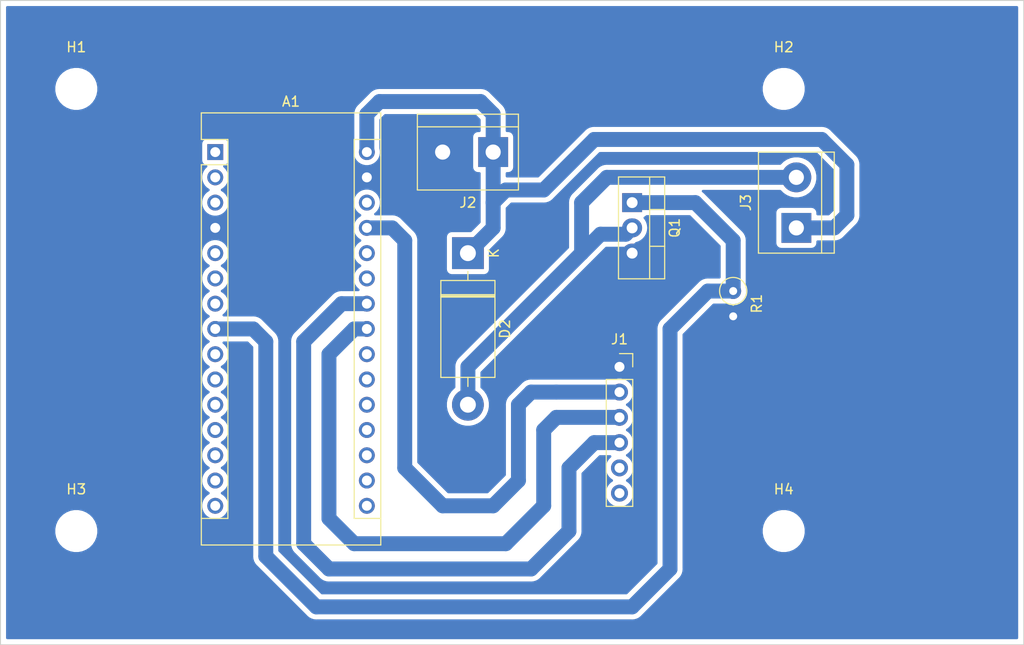
<source format=kicad_pcb>
(kicad_pcb (version 20171130) (host pcbnew "(5.1.6)-1")

  (general
    (thickness 1.6)
    (drawings 11)
    (tracks 66)
    (zones 0)
    (modules 11)
    (nets 33)
  )

  (page A4)
  (layers
    (0 F.Cu signal)
    (31 B.Cu signal)
    (32 B.Adhes user)
    (33 F.Adhes user)
    (34 B.Paste user)
    (35 F.Paste user)
    (36 B.SilkS user)
    (37 F.SilkS user)
    (38 B.Mask user)
    (39 F.Mask user)
    (40 Dwgs.User user hide)
    (41 Cmts.User user)
    (42 Eco1.User user)
    (43 Eco2.User user)
    (44 Edge.Cuts user)
    (45 Margin user)
    (46 B.CrtYd user)
    (47 F.CrtYd user)
    (48 B.Fab user)
    (49 F.Fab user)
  )

  (setup
    (last_trace_width 0.25)
    (user_trace_width 1.5)
    (trace_clearance 0.2)
    (zone_clearance 0.508)
    (zone_45_only no)
    (trace_min 0.2)
    (via_size 0.8)
    (via_drill 0.4)
    (via_min_size 0.4)
    (via_min_drill 0.3)
    (uvia_size 0.3)
    (uvia_drill 0.1)
    (uvias_allowed no)
    (uvia_min_size 0.2)
    (uvia_min_drill 0.1)
    (edge_width 0.05)
    (segment_width 0.2)
    (pcb_text_width 0.3)
    (pcb_text_size 1.5 1.5)
    (mod_edge_width 0.12)
    (mod_text_size 1 1)
    (mod_text_width 0.15)
    (pad_size 1.524 1.524)
    (pad_drill 0.762)
    (pad_to_mask_clearance 0.05)
    (aux_axis_origin 0 0)
    (visible_elements 7FFFFFFF)
    (pcbplotparams
      (layerselection 0x010fc_ffffffff)
      (usegerberextensions false)
      (usegerberattributes true)
      (usegerberadvancedattributes true)
      (creategerberjobfile true)
      (excludeedgelayer true)
      (linewidth 0.100000)
      (plotframeref false)
      (viasonmask false)
      (mode 1)
      (useauxorigin false)
      (hpglpennumber 1)
      (hpglpenspeed 20)
      (hpglpendiameter 15.000000)
      (psnegative false)
      (psa4output false)
      (plotreference true)
      (plotvalue true)
      (plotinvisibletext false)
      (padsonsilk false)
      (subtractmaskfromsilk false)
      (outputformat 1)
      (mirror false)
      (drillshape 1)
      (scaleselection 1)
      (outputdirectory ""))
  )

  (net 0 "")
  (net 1 "Net-(A1-Pad16)")
  (net 2 "Net-(A1-Pad15)")
  (net 3 5V)
  (net 4 "Net-(A1-Pad14)")
  (net 5 GND)
  (net 6 "Net-(A1-Pad13)")
  (net 7 "Net-(A1-Pad28)")
  (net 8 "Net-(A1-Pad12)")
  (net 9 "Net-(A1-Pad11)")
  (net 10 "Net-(A1-Pad26)")
  (net 11 "Net-(A1-Pad10)")
  (net 12 "Net-(A1-Pad25)")
  (net 13 "Net-(A1-Pad9)")
  (net 14 SCL)
  (net 15 PUMP)
  (net 16 SDA)
  (net 17 "Net-(A1-Pad7)")
  (net 18 "Net-(A1-Pad22)")
  (net 19 "Net-(A1-Pad6)")
  (net 20 "Net-(A1-Pad21)")
  (net 21 "Net-(A1-Pad5)")
  (net 22 "Net-(A1-Pad20)")
  (net 23 "Net-(A1-Pad19)")
  (net 24 "Net-(A1-Pad3)")
  (net 25 "Net-(A1-Pad18)")
  (net 26 "Net-(A1-Pad2)")
  (net 27 "Net-(A1-Pad17)")
  (net 28 "Net-(A1-Pad1)")
  (net 29 +12V)
  (net 30 "Net-(D2-Pad2)")
  (net 31 32K)
  (net 32 SDW)

  (net_class Default "This is the default net class."
    (clearance 0.2)
    (trace_width 0.25)
    (via_dia 0.8)
    (via_drill 0.4)
    (uvia_dia 0.3)
    (uvia_drill 0.1)
    (add_net +12V)
    (add_net 32K)
    (add_net 5V)
    (add_net GND)
    (add_net "Net-(A1-Pad1)")
    (add_net "Net-(A1-Pad10)")
    (add_net "Net-(A1-Pad11)")
    (add_net "Net-(A1-Pad12)")
    (add_net "Net-(A1-Pad13)")
    (add_net "Net-(A1-Pad14)")
    (add_net "Net-(A1-Pad15)")
    (add_net "Net-(A1-Pad16)")
    (add_net "Net-(A1-Pad17)")
    (add_net "Net-(A1-Pad18)")
    (add_net "Net-(A1-Pad19)")
    (add_net "Net-(A1-Pad2)")
    (add_net "Net-(A1-Pad20)")
    (add_net "Net-(A1-Pad21)")
    (add_net "Net-(A1-Pad22)")
    (add_net "Net-(A1-Pad25)")
    (add_net "Net-(A1-Pad26)")
    (add_net "Net-(A1-Pad28)")
    (add_net "Net-(A1-Pad3)")
    (add_net "Net-(A1-Pad5)")
    (add_net "Net-(A1-Pad6)")
    (add_net "Net-(A1-Pad7)")
    (add_net "Net-(A1-Pad9)")
    (add_net "Net-(D2-Pad2)")
    (add_net PUMP)
    (add_net SCL)
    (add_net SDA)
    (add_net SDW)
  )

  (module Resistor_THT:R_Axial_DIN0207_L6.3mm_D2.5mm_P2.54mm_Vertical (layer F.Cu) (tedit 5AE5139B) (tstamp 610F1425)
    (at 168.91 82.55 270)
    (descr "Resistor, Axial_DIN0207 series, Axial, Vertical, pin pitch=2.54mm, 0.25W = 1/4W, length*diameter=6.3*2.5mm^2, http://cdn-reichelt.de/documents/datenblatt/B400/1_4W%23YAG.pdf")
    (tags "Resistor Axial_DIN0207 series Axial Vertical pin pitch 2.54mm 0.25W = 1/4W length 6.3mm diameter 2.5mm")
    (path /61103854)
    (fp_text reference R1 (at 1.27 -2.37 90) (layer F.SilkS)
      (effects (font (size 1 1) (thickness 0.15)))
    )
    (fp_text value 1K (at 1.27 2.37 90) (layer F.Fab)
      (effects (font (size 1 1) (thickness 0.15)))
    )
    (fp_line (start 3.59 -1.5) (end -1.5 -1.5) (layer F.CrtYd) (width 0.05))
    (fp_line (start 3.59 1.5) (end 3.59 -1.5) (layer F.CrtYd) (width 0.05))
    (fp_line (start -1.5 1.5) (end 3.59 1.5) (layer F.CrtYd) (width 0.05))
    (fp_line (start -1.5 -1.5) (end -1.5 1.5) (layer F.CrtYd) (width 0.05))
    (fp_line (start 1.37 0) (end 1.44 0) (layer F.SilkS) (width 0.12))
    (fp_line (start 0 0) (end 2.54 0) (layer F.Fab) (width 0.1))
    (fp_circle (center 0 0) (end 1.37 0) (layer F.SilkS) (width 0.12))
    (fp_circle (center 0 0) (end 1.25 0) (layer F.Fab) (width 0.1))
    (fp_text user %R (at 1.27 -2.37 90) (layer F.Fab)
      (effects (font (size 1 1) (thickness 0.15)))
    )
    (pad 2 thru_hole oval (at 2.54 0 270) (size 1.6 1.6) (drill 0.8) (layers *.Cu *.Mask)
      (net 5 GND))
    (pad 1 thru_hole circle (at 0 0 270) (size 1.6 1.6) (drill 0.8) (layers *.Cu *.Mask)
      (net 15 PUMP))
    (model ${KISYS3DMOD}/Resistor_THT.3dshapes/R_Axial_DIN0207_L6.3mm_D2.5mm_P2.54mm_Vertical.wrl
      (at (xyz 0 0 0))
      (scale (xyz 1 1 1))
      (rotate (xyz 0 0 0))
    )
  )

  (module Package_TO_SOT_THT:TO-220-3_Vertical (layer F.Cu) (tedit 5AC8BA0D) (tstamp 610F1416)
    (at 158.75 73.66 270)
    (descr "TO-220-3, Vertical, RM 2.54mm, see https://www.vishay.com/docs/66542/to-220-1.pdf")
    (tags "TO-220-3 Vertical RM 2.54mm")
    (path /611041B7)
    (fp_text reference Q1 (at 2.54 -4.27 90) (layer F.SilkS)
      (effects (font (size 1 1) (thickness 0.15)))
    )
    (fp_text value IRF540N (at 2.54 2.5 90) (layer F.Fab)
      (effects (font (size 1 1) (thickness 0.15)))
    )
    (fp_line (start 7.79 -3.4) (end -2.71 -3.4) (layer F.CrtYd) (width 0.05))
    (fp_line (start 7.79 1.51) (end 7.79 -3.4) (layer F.CrtYd) (width 0.05))
    (fp_line (start -2.71 1.51) (end 7.79 1.51) (layer F.CrtYd) (width 0.05))
    (fp_line (start -2.71 -3.4) (end -2.71 1.51) (layer F.CrtYd) (width 0.05))
    (fp_line (start 4.391 -3.27) (end 4.391 -1.76) (layer F.SilkS) (width 0.12))
    (fp_line (start 0.69 -3.27) (end 0.69 -1.76) (layer F.SilkS) (width 0.12))
    (fp_line (start -2.58 -1.76) (end 7.66 -1.76) (layer F.SilkS) (width 0.12))
    (fp_line (start 7.66 -3.27) (end 7.66 1.371) (layer F.SilkS) (width 0.12))
    (fp_line (start -2.58 -3.27) (end -2.58 1.371) (layer F.SilkS) (width 0.12))
    (fp_line (start -2.58 1.371) (end 7.66 1.371) (layer F.SilkS) (width 0.12))
    (fp_line (start -2.58 -3.27) (end 7.66 -3.27) (layer F.SilkS) (width 0.12))
    (fp_line (start 4.39 -3.15) (end 4.39 -1.88) (layer F.Fab) (width 0.1))
    (fp_line (start 0.69 -3.15) (end 0.69 -1.88) (layer F.Fab) (width 0.1))
    (fp_line (start -2.46 -1.88) (end 7.54 -1.88) (layer F.Fab) (width 0.1))
    (fp_line (start 7.54 -3.15) (end -2.46 -3.15) (layer F.Fab) (width 0.1))
    (fp_line (start 7.54 1.25) (end 7.54 -3.15) (layer F.Fab) (width 0.1))
    (fp_line (start -2.46 1.25) (end 7.54 1.25) (layer F.Fab) (width 0.1))
    (fp_line (start -2.46 -3.15) (end -2.46 1.25) (layer F.Fab) (width 0.1))
    (fp_text user %R (at 2.54 -4.27 90) (layer F.Fab)
      (effects (font (size 1 1) (thickness 0.15)))
    )
    (pad 3 thru_hole oval (at 5.08 0 270) (size 1.905 2) (drill 1.1) (layers *.Cu *.Mask)
      (net 5 GND))
    (pad 2 thru_hole oval (at 2.54 0 270) (size 1.905 2) (drill 1.1) (layers *.Cu *.Mask)
      (net 30 "Net-(D2-Pad2)"))
    (pad 1 thru_hole rect (at 0 0 270) (size 1.905 2) (drill 1.1) (layers *.Cu *.Mask)
      (net 15 PUMP))
    (model ${KISYS3DMOD}/Package_TO_SOT_THT.3dshapes/TO-220-3_Vertical.wrl
      (at (xyz 0 0 0))
      (scale (xyz 1 1 1))
      (rotate (xyz 0 0 0))
    )
  )

  (module TerminalBlock:TerminalBlock_bornier-2_P5.08mm (layer F.Cu) (tedit 59FF03AB) (tstamp 610F13FC)
    (at 175.26 76.2 90)
    (descr "simple 2-pin terminal block, pitch 5.08mm, revamped version of bornier2")
    (tags "terminal block bornier2")
    (path /6110BB8E)
    (fp_text reference J3 (at 2.54 -5.08 90) (layer F.SilkS)
      (effects (font (size 1 1) (thickness 0.15)))
    )
    (fp_text value Pump_Out (at 2.54 5.08 90) (layer F.Fab)
      (effects (font (size 1 1) (thickness 0.15)))
    )
    (fp_line (start 7.79 4) (end -2.71 4) (layer F.CrtYd) (width 0.05))
    (fp_line (start 7.79 4) (end 7.79 -4) (layer F.CrtYd) (width 0.05))
    (fp_line (start -2.71 -4) (end -2.71 4) (layer F.CrtYd) (width 0.05))
    (fp_line (start -2.71 -4) (end 7.79 -4) (layer F.CrtYd) (width 0.05))
    (fp_line (start -2.54 3.81) (end 7.62 3.81) (layer F.SilkS) (width 0.12))
    (fp_line (start -2.54 -3.81) (end -2.54 3.81) (layer F.SilkS) (width 0.12))
    (fp_line (start 7.62 -3.81) (end -2.54 -3.81) (layer F.SilkS) (width 0.12))
    (fp_line (start 7.62 3.81) (end 7.62 -3.81) (layer F.SilkS) (width 0.12))
    (fp_line (start 7.62 2.54) (end -2.54 2.54) (layer F.SilkS) (width 0.12))
    (fp_line (start 7.54 -3.75) (end -2.46 -3.75) (layer F.Fab) (width 0.1))
    (fp_line (start 7.54 3.75) (end 7.54 -3.75) (layer F.Fab) (width 0.1))
    (fp_line (start -2.46 3.75) (end 7.54 3.75) (layer F.Fab) (width 0.1))
    (fp_line (start -2.46 -3.75) (end -2.46 3.75) (layer F.Fab) (width 0.1))
    (fp_line (start -2.41 2.55) (end 7.49 2.55) (layer F.Fab) (width 0.1))
    (fp_text user %R (at 2.54 0 90) (layer F.Fab)
      (effects (font (size 1 1) (thickness 0.15)))
    )
    (pad 2 thru_hole circle (at 5.08 0 90) (size 3 3) (drill 1.52) (layers *.Cu *.Mask)
      (net 30 "Net-(D2-Pad2)"))
    (pad 1 thru_hole rect (at 0 0 90) (size 3 3) (drill 1.52) (layers *.Cu *.Mask)
      (net 29 +12V))
    (model ${KISYS3DMOD}/TerminalBlock.3dshapes/TerminalBlock_bornier-2_P5.08mm.wrl
      (offset (xyz 2.539999961853027 0 0))
      (scale (xyz 1 1 1))
      (rotate (xyz 0 0 0))
    )
  )

  (module TerminalBlock:TerminalBlock_bornier-2_P5.08mm (layer F.Cu) (tedit 59FF03AB) (tstamp 610F13E7)
    (at 144.78 68.58 180)
    (descr "simple 2-pin terminal block, pitch 5.08mm, revamped version of bornier2")
    (tags "terminal block bornier2")
    (path /610F44FD)
    (fp_text reference J2 (at 2.54 -5.08) (layer F.SilkS)
      (effects (font (size 1 1) (thickness 0.15)))
    )
    (fp_text value 12V_Input (at 2.54 5.08) (layer F.Fab)
      (effects (font (size 1 1) (thickness 0.15)))
    )
    (fp_line (start 7.79 4) (end -2.71 4) (layer F.CrtYd) (width 0.05))
    (fp_line (start 7.79 4) (end 7.79 -4) (layer F.CrtYd) (width 0.05))
    (fp_line (start -2.71 -4) (end -2.71 4) (layer F.CrtYd) (width 0.05))
    (fp_line (start -2.71 -4) (end 7.79 -4) (layer F.CrtYd) (width 0.05))
    (fp_line (start -2.54 3.81) (end 7.62 3.81) (layer F.SilkS) (width 0.12))
    (fp_line (start -2.54 -3.81) (end -2.54 3.81) (layer F.SilkS) (width 0.12))
    (fp_line (start 7.62 -3.81) (end -2.54 -3.81) (layer F.SilkS) (width 0.12))
    (fp_line (start 7.62 3.81) (end 7.62 -3.81) (layer F.SilkS) (width 0.12))
    (fp_line (start 7.62 2.54) (end -2.54 2.54) (layer F.SilkS) (width 0.12))
    (fp_line (start 7.54 -3.75) (end -2.46 -3.75) (layer F.Fab) (width 0.1))
    (fp_line (start 7.54 3.75) (end 7.54 -3.75) (layer F.Fab) (width 0.1))
    (fp_line (start -2.46 3.75) (end 7.54 3.75) (layer F.Fab) (width 0.1))
    (fp_line (start -2.46 -3.75) (end -2.46 3.75) (layer F.Fab) (width 0.1))
    (fp_line (start -2.41 2.55) (end 7.49 2.55) (layer F.Fab) (width 0.1))
    (fp_text user %R (at 2.54 0) (layer F.Fab)
      (effects (font (size 1 1) (thickness 0.15)))
    )
    (pad 2 thru_hole circle (at 5.08 0 180) (size 3 3) (drill 1.52) (layers *.Cu *.Mask)
      (net 5 GND))
    (pad 1 thru_hole rect (at 0 0 180) (size 3 3) (drill 1.52) (layers *.Cu *.Mask)
      (net 29 +12V))
    (model ${KISYS3DMOD}/TerminalBlock.3dshapes/TerminalBlock_bornier-2_P5.08mm.wrl
      (offset (xyz 2.539999961853027 0 0))
      (scale (xyz 1 1 1))
      (rotate (xyz 0 0 0))
    )
  )

  (module Connector_PinSocket_2.54mm:PinSocket_1x06_P2.54mm_Vertical (layer F.Cu) (tedit 5A19A430) (tstamp 610F13D2)
    (at 157.48 90.17)
    (descr "Through hole straight socket strip, 1x06, 2.54mm pitch, single row (from Kicad 4.0.7), script generated")
    (tags "Through hole socket strip THT 1x06 2.54mm single row")
    (path /610FA866)
    (fp_text reference J1 (at 0 -2.77) (layer F.SilkS)
      (effects (font (size 1 1) (thickness 0.15)))
    )
    (fp_text value RTC (at 0 15.47) (layer F.Fab)
      (effects (font (size 1 1) (thickness 0.15)))
    )
    (fp_line (start -1.8 14.45) (end -1.8 -1.8) (layer F.CrtYd) (width 0.05))
    (fp_line (start 1.75 14.45) (end -1.8 14.45) (layer F.CrtYd) (width 0.05))
    (fp_line (start 1.75 -1.8) (end 1.75 14.45) (layer F.CrtYd) (width 0.05))
    (fp_line (start -1.8 -1.8) (end 1.75 -1.8) (layer F.CrtYd) (width 0.05))
    (fp_line (start 0 -1.33) (end 1.33 -1.33) (layer F.SilkS) (width 0.12))
    (fp_line (start 1.33 -1.33) (end 1.33 0) (layer F.SilkS) (width 0.12))
    (fp_line (start 1.33 1.27) (end 1.33 14.03) (layer F.SilkS) (width 0.12))
    (fp_line (start -1.33 14.03) (end 1.33 14.03) (layer F.SilkS) (width 0.12))
    (fp_line (start -1.33 1.27) (end -1.33 14.03) (layer F.SilkS) (width 0.12))
    (fp_line (start -1.33 1.27) (end 1.33 1.27) (layer F.SilkS) (width 0.12))
    (fp_line (start -1.27 13.97) (end -1.27 -1.27) (layer F.Fab) (width 0.1))
    (fp_line (start 1.27 13.97) (end -1.27 13.97) (layer F.Fab) (width 0.1))
    (fp_line (start 1.27 -0.635) (end 1.27 13.97) (layer F.Fab) (width 0.1))
    (fp_line (start 0.635 -1.27) (end 1.27 -0.635) (layer F.Fab) (width 0.1))
    (fp_line (start -1.27 -1.27) (end 0.635 -1.27) (layer F.Fab) (width 0.1))
    (fp_text user %R (at 0 6.35 90) (layer F.Fab)
      (effects (font (size 1 1) (thickness 0.15)))
    )
    (pad 6 thru_hole oval (at 0 12.7) (size 1.7 1.7) (drill 1) (layers *.Cu *.Mask)
      (net 31 32K))
    (pad 5 thru_hole oval (at 0 10.16) (size 1.7 1.7) (drill 1) (layers *.Cu *.Mask)
      (net 32 SDW))
    (pad 4 thru_hole oval (at 0 7.62) (size 1.7 1.7) (drill 1) (layers *.Cu *.Mask)
      (net 14 SCL))
    (pad 3 thru_hole oval (at 0 5.08) (size 1.7 1.7) (drill 1) (layers *.Cu *.Mask)
      (net 16 SDA))
    (pad 2 thru_hole oval (at 0 2.54) (size 1.7 1.7) (drill 1) (layers *.Cu *.Mask)
      (net 3 5V))
    (pad 1 thru_hole rect (at 0 0) (size 1.7 1.7) (drill 1) (layers *.Cu *.Mask)
      (net 5 GND))
    (model ${KISYS3DMOD}/Connector_PinSocket_2.54mm.3dshapes/PinSocket_1x06_P2.54mm_Vertical.wrl
      (at (xyz 0 0 0))
      (scale (xyz 1 1 1))
      (rotate (xyz 0 0 0))
    )
  )

  (module MountingHole:MountingHole_3.2mm_M3 (layer F.Cu) (tedit 56D1B4CB) (tstamp 610F13B8)
    (at 173.99 106.68)
    (descr "Mounting Hole 3.2mm, no annular, M3")
    (tags "mounting hole 3.2mm no annular m3")
    (path /6111AEC3)
    (attr virtual)
    (fp_text reference H4 (at 0 -4.2) (layer F.SilkS)
      (effects (font (size 1 1) (thickness 0.15)))
    )
    (fp_text value MountingHole (at 0 4.2) (layer F.Fab)
      (effects (font (size 1 1) (thickness 0.15)))
    )
    (fp_circle (center 0 0) (end 3.45 0) (layer F.CrtYd) (width 0.05))
    (fp_circle (center 0 0) (end 3.2 0) (layer Cmts.User) (width 0.15))
    (fp_text user %R (at 0.3 0) (layer F.Fab)
      (effects (font (size 1 1) (thickness 0.15)))
    )
    (pad 1 np_thru_hole circle (at 0 0) (size 3.2 3.2) (drill 3.2) (layers *.Cu *.Mask))
  )

  (module MountingHole:MountingHole_3.2mm_M3 (layer F.Cu) (tedit 56D1B4CB) (tstamp 610F13B0)
    (at 102.87 106.68)
    (descr "Mounting Hole 3.2mm, no annular, M3")
    (tags "mounting hole 3.2mm no annular m3")
    (path /6111A97C)
    (attr virtual)
    (fp_text reference H3 (at 0 -4.2) (layer F.SilkS)
      (effects (font (size 1 1) (thickness 0.15)))
    )
    (fp_text value MountingHole (at 0 4.2) (layer F.Fab)
      (effects (font (size 1 1) (thickness 0.15)))
    )
    (fp_circle (center 0 0) (end 3.45 0) (layer F.CrtYd) (width 0.05))
    (fp_circle (center 0 0) (end 3.2 0) (layer Cmts.User) (width 0.15))
    (fp_text user %R (at 0.3 0) (layer F.Fab)
      (effects (font (size 1 1) (thickness 0.15)))
    )
    (pad 1 np_thru_hole circle (at 0 0) (size 3.2 3.2) (drill 3.2) (layers *.Cu *.Mask))
  )

  (module MountingHole:MountingHole_3.2mm_M3 (layer F.Cu) (tedit 56D1B4CB) (tstamp 610F13A8)
    (at 173.99 62.23)
    (descr "Mounting Hole 3.2mm, no annular, M3")
    (tags "mounting hole 3.2mm no annular m3")
    (path /6111A567)
    (attr virtual)
    (fp_text reference H2 (at 0 -4.2) (layer F.SilkS)
      (effects (font (size 1 1) (thickness 0.15)))
    )
    (fp_text value MountingHole (at 0 4.2) (layer F.Fab)
      (effects (font (size 1 1) (thickness 0.15)))
    )
    (fp_circle (center 0 0) (end 3.45 0) (layer F.CrtYd) (width 0.05))
    (fp_circle (center 0 0) (end 3.2 0) (layer Cmts.User) (width 0.15))
    (fp_text user %R (at 0.3 0) (layer F.Fab)
      (effects (font (size 1 1) (thickness 0.15)))
    )
    (pad 1 np_thru_hole circle (at 0 0) (size 3.2 3.2) (drill 3.2) (layers *.Cu *.Mask))
  )

  (module MountingHole:MountingHole_3.2mm_M3 (layer F.Cu) (tedit 56D1B4CB) (tstamp 610F13A0)
    (at 102.87 62.23)
    (descr "Mounting Hole 3.2mm, no annular, M3")
    (tags "mounting hole 3.2mm no annular m3")
    (path /61118688)
    (attr virtual)
    (fp_text reference H1 (at 0 -4.2) (layer F.SilkS)
      (effects (font (size 1 1) (thickness 0.15)))
    )
    (fp_text value MountingHole (at 0 4.2) (layer F.Fab)
      (effects (font (size 1 1) (thickness 0.15)))
    )
    (fp_circle (center 0 0) (end 3.45 0) (layer F.CrtYd) (width 0.05))
    (fp_circle (center 0 0) (end 3.2 0) (layer Cmts.User) (width 0.15))
    (fp_text user %R (at 0.3 0) (layer F.Fab)
      (effects (font (size 1 1) (thickness 0.15)))
    )
    (pad 1 np_thru_hole circle (at 0 0) (size 3.2 3.2) (drill 3.2) (layers *.Cu *.Mask))
  )

  (module Diode_THT:D_DO-201AD_P15.24mm_Horizontal (layer F.Cu) (tedit 5AE50CD5) (tstamp 610F1398)
    (at 142.24 78.74 270)
    (descr "Diode, DO-201AD series, Axial, Horizontal, pin pitch=15.24mm, , length*diameter=9.5*5.2mm^2, , http://www.diodes.com/_files/packages/DO-201AD.pdf")
    (tags "Diode DO-201AD series Axial Horizontal pin pitch 15.24mm  length 9.5mm diameter 5.2mm")
    (path /611069B7)
    (fp_text reference D2 (at 7.62 -3.72 90) (layer F.SilkS)
      (effects (font (size 1 1) (thickness 0.15)))
    )
    (fp_text value 1N5400 (at 7.62 3.72 90) (layer F.Fab)
      (effects (font (size 1 1) (thickness 0.15)))
    )
    (fp_line (start 17.09 -2.85) (end -1.85 -2.85) (layer F.CrtYd) (width 0.05))
    (fp_line (start 17.09 2.85) (end 17.09 -2.85) (layer F.CrtYd) (width 0.05))
    (fp_line (start -1.85 2.85) (end 17.09 2.85) (layer F.CrtYd) (width 0.05))
    (fp_line (start -1.85 -2.85) (end -1.85 2.85) (layer F.CrtYd) (width 0.05))
    (fp_line (start 4.175 -2.72) (end 4.175 2.72) (layer F.SilkS) (width 0.12))
    (fp_line (start 4.415 -2.72) (end 4.415 2.72) (layer F.SilkS) (width 0.12))
    (fp_line (start 4.295 -2.72) (end 4.295 2.72) (layer F.SilkS) (width 0.12))
    (fp_line (start 13.4 0) (end 12.49 0) (layer F.SilkS) (width 0.12))
    (fp_line (start 1.84 0) (end 2.75 0) (layer F.SilkS) (width 0.12))
    (fp_line (start 12.49 -2.72) (end 2.75 -2.72) (layer F.SilkS) (width 0.12))
    (fp_line (start 12.49 2.72) (end 12.49 -2.72) (layer F.SilkS) (width 0.12))
    (fp_line (start 2.75 2.72) (end 12.49 2.72) (layer F.SilkS) (width 0.12))
    (fp_line (start 2.75 -2.72) (end 2.75 2.72) (layer F.SilkS) (width 0.12))
    (fp_line (start 4.195 -2.6) (end 4.195 2.6) (layer F.Fab) (width 0.1))
    (fp_line (start 4.395 -2.6) (end 4.395 2.6) (layer F.Fab) (width 0.1))
    (fp_line (start 4.295 -2.6) (end 4.295 2.6) (layer F.Fab) (width 0.1))
    (fp_line (start 15.24 0) (end 12.37 0) (layer F.Fab) (width 0.1))
    (fp_line (start 0 0) (end 2.87 0) (layer F.Fab) (width 0.1))
    (fp_line (start 12.37 -2.6) (end 2.87 -2.6) (layer F.Fab) (width 0.1))
    (fp_line (start 12.37 2.6) (end 12.37 -2.6) (layer F.Fab) (width 0.1))
    (fp_line (start 2.87 2.6) (end 12.37 2.6) (layer F.Fab) (width 0.1))
    (fp_line (start 2.87 -2.6) (end 2.87 2.6) (layer F.Fab) (width 0.1))
    (fp_text user K (at 0 -2.6 90) (layer F.SilkS)
      (effects (font (size 1 1) (thickness 0.15)))
    )
    (fp_text user K (at 0 -2.6 90) (layer F.Fab)
      (effects (font (size 1 1) (thickness 0.15)))
    )
    (fp_text user %R (at 8.3325 0 90) (layer F.Fab)
      (effects (font (size 1 1) (thickness 0.15)))
    )
    (pad 2 thru_hole oval (at 15.24 0 270) (size 3.2 3.2) (drill 1.6) (layers *.Cu *.Mask)
      (net 30 "Net-(D2-Pad2)"))
    (pad 1 thru_hole rect (at 0 0 270) (size 3.2 3.2) (drill 1.6) (layers *.Cu *.Mask)
      (net 29 +12V))
    (model ${KISYS3DMOD}/Diode_THT.3dshapes/D_DO-201AD_P15.24mm_Horizontal.wrl
      (at (xyz 0 0 0))
      (scale (xyz 1 1 1))
      (rotate (xyz 0 0 0))
    )
  )

  (module Module:Arduino_Nano (layer F.Cu) (tedit 58ACAF70) (tstamp 610F1379)
    (at 116.84 68.58)
    (descr "Arduino Nano, http://www.mouser.com/pdfdocs/Gravitech_Arduino_Nano3_0.pdf")
    (tags "Arduino Nano")
    (path /610E54A3)
    (fp_text reference A1 (at 7.62 -5.08) (layer F.SilkS)
      (effects (font (size 1 1) (thickness 0.15)))
    )
    (fp_text value Arduino_Nano_v3.x (at 8.89 19.05 90) (layer F.Fab)
      (effects (font (size 1 1) (thickness 0.15)))
    )
    (fp_line (start 16.75 42.16) (end -1.53 42.16) (layer F.CrtYd) (width 0.05))
    (fp_line (start 16.75 42.16) (end 16.75 -4.06) (layer F.CrtYd) (width 0.05))
    (fp_line (start -1.53 -4.06) (end -1.53 42.16) (layer F.CrtYd) (width 0.05))
    (fp_line (start -1.53 -4.06) (end 16.75 -4.06) (layer F.CrtYd) (width 0.05))
    (fp_line (start 16.51 -3.81) (end 16.51 39.37) (layer F.Fab) (width 0.1))
    (fp_line (start 0 -3.81) (end 16.51 -3.81) (layer F.Fab) (width 0.1))
    (fp_line (start -1.27 -2.54) (end 0 -3.81) (layer F.Fab) (width 0.1))
    (fp_line (start -1.27 39.37) (end -1.27 -2.54) (layer F.Fab) (width 0.1))
    (fp_line (start 16.51 39.37) (end -1.27 39.37) (layer F.Fab) (width 0.1))
    (fp_line (start 16.64 -3.94) (end -1.4 -3.94) (layer F.SilkS) (width 0.12))
    (fp_line (start 16.64 39.5) (end 16.64 -3.94) (layer F.SilkS) (width 0.12))
    (fp_line (start -1.4 39.5) (end 16.64 39.5) (layer F.SilkS) (width 0.12))
    (fp_line (start 3.81 41.91) (end 3.81 31.75) (layer F.Fab) (width 0.1))
    (fp_line (start 11.43 41.91) (end 3.81 41.91) (layer F.Fab) (width 0.1))
    (fp_line (start 11.43 31.75) (end 11.43 41.91) (layer F.Fab) (width 0.1))
    (fp_line (start 3.81 31.75) (end 11.43 31.75) (layer F.Fab) (width 0.1))
    (fp_line (start 1.27 36.83) (end -1.4 36.83) (layer F.SilkS) (width 0.12))
    (fp_line (start 1.27 1.27) (end 1.27 36.83) (layer F.SilkS) (width 0.12))
    (fp_line (start 1.27 1.27) (end -1.4 1.27) (layer F.SilkS) (width 0.12))
    (fp_line (start 13.97 36.83) (end 16.64 36.83) (layer F.SilkS) (width 0.12))
    (fp_line (start 13.97 -1.27) (end 13.97 36.83) (layer F.SilkS) (width 0.12))
    (fp_line (start 13.97 -1.27) (end 16.64 -1.27) (layer F.SilkS) (width 0.12))
    (fp_line (start -1.4 -3.94) (end -1.4 -1.27) (layer F.SilkS) (width 0.12))
    (fp_line (start -1.4 1.27) (end -1.4 39.5) (layer F.SilkS) (width 0.12))
    (fp_line (start 1.27 -1.27) (end -1.4 -1.27) (layer F.SilkS) (width 0.12))
    (fp_line (start 1.27 1.27) (end 1.27 -1.27) (layer F.SilkS) (width 0.12))
    (fp_text user %R (at 6.35 19.05 90) (layer F.Fab)
      (effects (font (size 1 1) (thickness 0.15)))
    )
    (pad 16 thru_hole oval (at 15.24 35.56) (size 1.6 1.6) (drill 1) (layers *.Cu *.Mask)
      (net 1 "Net-(A1-Pad16)"))
    (pad 15 thru_hole oval (at 0 35.56) (size 1.6 1.6) (drill 1) (layers *.Cu *.Mask)
      (net 2 "Net-(A1-Pad15)"))
    (pad 30 thru_hole oval (at 15.24 0) (size 1.6 1.6) (drill 1) (layers *.Cu *.Mask)
      (net 29 +12V))
    (pad 14 thru_hole oval (at 0 33.02) (size 1.6 1.6) (drill 1) (layers *.Cu *.Mask)
      (net 4 "Net-(A1-Pad14)"))
    (pad 29 thru_hole oval (at 15.24 2.54) (size 1.6 1.6) (drill 1) (layers *.Cu *.Mask)
      (net 5 GND))
    (pad 13 thru_hole oval (at 0 30.48) (size 1.6 1.6) (drill 1) (layers *.Cu *.Mask)
      (net 6 "Net-(A1-Pad13)"))
    (pad 28 thru_hole oval (at 15.24 5.08) (size 1.6 1.6) (drill 1) (layers *.Cu *.Mask)
      (net 7 "Net-(A1-Pad28)"))
    (pad 12 thru_hole oval (at 0 27.94) (size 1.6 1.6) (drill 1) (layers *.Cu *.Mask)
      (net 8 "Net-(A1-Pad12)"))
    (pad 27 thru_hole oval (at 15.24 7.62) (size 1.6 1.6) (drill 1) (layers *.Cu *.Mask)
      (net 3 5V))
    (pad 11 thru_hole oval (at 0 25.4) (size 1.6 1.6) (drill 1) (layers *.Cu *.Mask)
      (net 9 "Net-(A1-Pad11)"))
    (pad 26 thru_hole oval (at 15.24 10.16) (size 1.6 1.6) (drill 1) (layers *.Cu *.Mask)
      (net 10 "Net-(A1-Pad26)"))
    (pad 10 thru_hole oval (at 0 22.86) (size 1.6 1.6) (drill 1) (layers *.Cu *.Mask)
      (net 11 "Net-(A1-Pad10)"))
    (pad 25 thru_hole oval (at 15.24 12.7) (size 1.6 1.6) (drill 1) (layers *.Cu *.Mask)
      (net 12 "Net-(A1-Pad25)"))
    (pad 9 thru_hole oval (at 0 20.32) (size 1.6 1.6) (drill 1) (layers *.Cu *.Mask)
      (net 13 "Net-(A1-Pad9)"))
    (pad 24 thru_hole oval (at 15.24 15.24) (size 1.6 1.6) (drill 1) (layers *.Cu *.Mask)
      (net 14 SCL))
    (pad 8 thru_hole oval (at 0 17.78) (size 1.6 1.6) (drill 1) (layers *.Cu *.Mask)
      (net 15 PUMP))
    (pad 23 thru_hole oval (at 15.24 17.78) (size 1.6 1.6) (drill 1) (layers *.Cu *.Mask)
      (net 16 SDA))
    (pad 7 thru_hole oval (at 0 15.24) (size 1.6 1.6) (drill 1) (layers *.Cu *.Mask)
      (net 17 "Net-(A1-Pad7)"))
    (pad 22 thru_hole oval (at 15.24 20.32) (size 1.6 1.6) (drill 1) (layers *.Cu *.Mask)
      (net 18 "Net-(A1-Pad22)"))
    (pad 6 thru_hole oval (at 0 12.7) (size 1.6 1.6) (drill 1) (layers *.Cu *.Mask)
      (net 19 "Net-(A1-Pad6)"))
    (pad 21 thru_hole oval (at 15.24 22.86) (size 1.6 1.6) (drill 1) (layers *.Cu *.Mask)
      (net 20 "Net-(A1-Pad21)"))
    (pad 5 thru_hole oval (at 0 10.16) (size 1.6 1.6) (drill 1) (layers *.Cu *.Mask)
      (net 21 "Net-(A1-Pad5)"))
    (pad 20 thru_hole oval (at 15.24 25.4) (size 1.6 1.6) (drill 1) (layers *.Cu *.Mask)
      (net 22 "Net-(A1-Pad20)"))
    (pad 4 thru_hole oval (at 0 7.62) (size 1.6 1.6) (drill 1) (layers *.Cu *.Mask)
      (net 5 GND))
    (pad 19 thru_hole oval (at 15.24 27.94) (size 1.6 1.6) (drill 1) (layers *.Cu *.Mask)
      (net 23 "Net-(A1-Pad19)"))
    (pad 3 thru_hole oval (at 0 5.08) (size 1.6 1.6) (drill 1) (layers *.Cu *.Mask)
      (net 24 "Net-(A1-Pad3)"))
    (pad 18 thru_hole oval (at 15.24 30.48) (size 1.6 1.6) (drill 1) (layers *.Cu *.Mask)
      (net 25 "Net-(A1-Pad18)"))
    (pad 2 thru_hole oval (at 0 2.54) (size 1.6 1.6) (drill 1) (layers *.Cu *.Mask)
      (net 26 "Net-(A1-Pad2)"))
    (pad 17 thru_hole oval (at 15.24 33.02) (size 1.6 1.6) (drill 1) (layers *.Cu *.Mask)
      (net 27 "Net-(A1-Pad17)"))
    (pad 1 thru_hole rect (at 0 0) (size 1.6 1.6) (drill 1) (layers *.Cu *.Mask)
      (net 28 "Net-(A1-Pad1)"))
    (model ${KISYS3DMOD}/Module.3dshapes/Arduino_Nano_WithMountingHoles.wrl
      (at (xyz 0 0 0))
      (scale (xyz 1 1 1))
      (rotate (xyz 0 0 0))
    )
  )

  (gr_poly (pts (xy 147.32 72.39) (xy 137.16 72.39) (xy 137.16 64.77) (xy 147.32 64.77)) (layer Dwgs.User) (width 0.1))
  (gr_poly (pts (xy 179.07 78.74) (xy 171.45 78.74) (xy 171.45 68.58) (xy 179.07 68.58)) (layer Dwgs.User) (width 0.1))
  (gr_line (start 198.12 53.34) (end 198.12 118.11) (layer Edge.Cuts) (width 0.1))
  (gr_line (start 95.25 53.34) (end 198.12 53.34) (layer Edge.Cuts) (width 0.1))
  (gr_line (start 95.25 118.11) (end 95.25 53.34) (layer Edge.Cuts) (width 0.1))
  (gr_line (start 198.12 118.11) (end 95.25 118.11) (layer Edge.Cuts) (width 0.1))
  (dimension 64.77 (width 0.15) (layer Dwgs.User)
    (gr_text "64.770 mm" (at 212.12 85.725 90) (layer Dwgs.User)
      (effects (font (size 1 1) (thickness 0.15)))
    )
    (feature1 (pts (xy 198.12 53.34) (xy 211.406421 53.34)))
    (feature2 (pts (xy 198.12 118.11) (xy 211.406421 118.11)))
    (crossbar (pts (xy 210.82 118.11) (xy 210.82 53.34)))
    (arrow1a (pts (xy 210.82 53.34) (xy 211.406421 54.466504)))
    (arrow1b (pts (xy 210.82 53.34) (xy 210.233579 54.466504)))
    (arrow2a (pts (xy 210.82 118.11) (xy 211.406421 116.983496)))
    (arrow2b (pts (xy 210.82 118.11) (xy 210.233579 116.983496)))
  )
  (dimension 102.87 (width 0.15) (layer Dwgs.User)
    (gr_text "102.870 mm" (at 146.685 130.84) (layer Dwgs.User)
      (effects (font (size 1 1) (thickness 0.15)))
    )
    (feature1 (pts (xy 198.12 118.11) (xy 198.12 130.126421)))
    (feature2 (pts (xy 95.25 118.11) (xy 95.25 130.126421)))
    (crossbar (pts (xy 95.25 129.54) (xy 198.12 129.54)))
    (arrow1a (pts (xy 198.12 129.54) (xy 196.993496 130.126421)))
    (arrow1b (pts (xy 198.12 129.54) (xy 196.993496 128.953579)))
    (arrow2a (pts (xy 95.25 129.54) (xy 96.376504 130.126421)))
    (arrow2b (pts (xy 95.25 129.54) (xy 96.376504 128.953579)))
  )
  (dimension 71.12 (width 0.15) (layer Dwgs.User)
    (gr_text "71.120 mm" (at 138.43 116.87) (layer Dwgs.User)
      (effects (font (size 1 1) (thickness 0.15)))
    )
    (feature1 (pts (xy 173.99 106.68) (xy 173.99 116.156421)))
    (feature2 (pts (xy 102.87 106.68) (xy 102.87 116.156421)))
    (crossbar (pts (xy 102.87 115.57) (xy 173.99 115.57)))
    (arrow1a (pts (xy 173.99 115.57) (xy 172.863496 116.156421)))
    (arrow1b (pts (xy 173.99 115.57) (xy 172.863496 114.983579)))
    (arrow2a (pts (xy 102.87 115.57) (xy 103.996504 116.156421)))
    (arrow2b (pts (xy 102.87 115.57) (xy 103.996504 114.983579)))
  )
  (dimension 71.12 (width 0.15) (layer Dwgs.User)
    (gr_text "71.120 mm" (at 138.43 52.04) (layer Dwgs.User)
      (effects (font (size 1 1) (thickness 0.15)))
    )
    (feature1 (pts (xy 173.99 62.23) (xy 173.99 52.753579)))
    (feature2 (pts (xy 102.87 62.23) (xy 102.87 52.753579)))
    (crossbar (pts (xy 102.87 53.34) (xy 173.99 53.34)))
    (arrow1a (pts (xy 173.99 53.34) (xy 172.863496 53.926421)))
    (arrow1b (pts (xy 173.99 53.34) (xy 172.863496 52.753579)))
    (arrow2a (pts (xy 102.87 53.34) (xy 103.996504 53.926421)))
    (arrow2b (pts (xy 102.87 53.34) (xy 103.996504 52.753579)))
  )
  (dimension 44.45 (width 0.15) (layer Dwgs.User)
    (gr_text "44.450 mm" (at 97.76 84.455 90) (layer Dwgs.User)
      (effects (font (size 1 1) (thickness 0.15)))
    )
    (feature1 (pts (xy 102.87 62.23) (xy 98.473579 62.23)))
    (feature2 (pts (xy 102.87 106.68) (xy 98.473579 106.68)))
    (crossbar (pts (xy 99.06 106.68) (xy 99.06 62.23)))
    (arrow1a (pts (xy 99.06 62.23) (xy 99.646421 63.356504)))
    (arrow1b (pts (xy 99.06 62.23) (xy 98.473579 63.356504)))
    (arrow2a (pts (xy 99.06 106.68) (xy 99.646421 105.553496)))
    (arrow2b (pts (xy 99.06 106.68) (xy 98.473579 105.553496)))
  )

  (segment (start 135.89 77.47) (end 134.62 76.2) (width 1.5) (layer B.Cu) (net 3))
  (segment (start 139.7 104.14) (end 135.89 100.33) (width 1.5) (layer B.Cu) (net 3))
  (segment (start 148.59 92.71) (end 147.32 93.98) (width 1.5) (layer B.Cu) (net 3))
  (segment (start 135.89 100.33) (end 135.89 77.47) (width 1.5) (layer B.Cu) (net 3))
  (segment (start 151.13 92.71) (end 148.59 92.71) (width 1.5) (layer B.Cu) (net 3))
  (segment (start 147.32 93.98) (end 147.32 101.6) (width 1.5) (layer B.Cu) (net 3))
  (segment (start 147.32 101.6) (end 144.78 104.14) (width 1.5) (layer B.Cu) (net 3))
  (segment (start 134.62 76.2) (end 132.08 76.2) (width 1.5) (layer B.Cu) (net 3))
  (segment (start 144.78 104.14) (end 139.7 104.14) (width 1.5) (layer B.Cu) (net 3))
  (segment (start 151.13 92.71) (end 157.48 92.71) (width 1.5) (layer B.Cu) (net 3))
  (segment (start 157.48 97.79) (end 154.94 97.79) (width 1.5) (layer B.Cu) (net 14))
  (segment (start 154.94 97.79) (end 152.4 100.33) (width 1.5) (layer B.Cu) (net 14))
  (segment (start 152.4 100.33) (end 152.4 106.68) (width 1.5) (layer B.Cu) (net 14))
  (segment (start 152.4 106.68) (end 148.59 110.49) (width 1.5) (layer B.Cu) (net 14))
  (segment (start 148.59 110.49) (end 128.27 110.49) (width 1.5) (layer B.Cu) (net 14))
  (segment (start 128.27 110.49) (end 125.73 107.95) (width 1.5) (layer B.Cu) (net 14))
  (segment (start 125.73 107.95) (end 125.73 87.63) (width 1.5) (layer B.Cu) (net 14))
  (segment (start 129.54 83.82) (end 132.08 83.82) (width 1.5) (layer B.Cu) (net 14))
  (segment (start 125.73 87.63) (end 129.54 83.82) (width 1.5) (layer B.Cu) (net 14))
  (segment (start 168.91 82.55) (end 168.91 77.47) (width 1.5) (layer B.Cu) (net 15))
  (segment (start 165.1 73.66) (end 158.75 73.66) (width 1.5) (layer B.Cu) (net 15))
  (segment (start 168.91 77.47) (end 165.1 73.66) (width 1.5) (layer B.Cu) (net 15))
  (segment (start 168.91 82.55) (end 166.37 82.55) (width 1.5) (layer B.Cu) (net 15))
  (segment (start 166.37 82.55) (end 162.56 86.36) (width 1.5) (layer B.Cu) (net 15))
  (segment (start 162.56 86.36) (end 162.56 110.49) (width 1.5) (layer B.Cu) (net 15))
  (segment (start 162.56 110.49) (end 158.75 114.3) (width 1.5) (layer B.Cu) (net 15))
  (segment (start 158.75 114.3) (end 127 114.3) (width 1.5) (layer B.Cu) (net 15))
  (segment (start 127 114.3) (end 121.92 109.22) (width 1.5) (layer B.Cu) (net 15))
  (segment (start 121.92 109.22) (end 121.92 87.63) (width 1.5) (layer B.Cu) (net 15))
  (segment (start 120.65 86.36) (end 116.84 86.36) (width 1.5) (layer B.Cu) (net 15))
  (segment (start 121.92 87.63) (end 120.65 86.36) (width 1.5) (layer B.Cu) (net 15))
  (segment (start 157.48 95.25) (end 151.13 95.25) (width 1.5) (layer B.Cu) (net 16))
  (segment (start 151.13 95.25) (end 149.86 96.52) (width 1.5) (layer B.Cu) (net 16))
  (segment (start 149.86 96.52) (end 149.86 104.14) (width 1.5) (layer B.Cu) (net 16))
  (segment (start 149.86 104.14) (end 146.05 107.95) (width 1.5) (layer B.Cu) (net 16))
  (segment (start 146.05 107.95) (end 130.81 107.95) (width 1.5) (layer B.Cu) (net 16))
  (segment (start 130.81 107.95) (end 128.27 105.41) (width 1.5) (layer B.Cu) (net 16))
  (segment (start 128.27 105.41) (end 128.27 88.9) (width 1.5) (layer B.Cu) (net 16))
  (segment (start 130.81 86.36) (end 132.08 86.36) (width 1.5) (layer B.Cu) (net 16))
  (segment (start 128.27 88.9) (end 130.81 86.36) (width 1.5) (layer B.Cu) (net 16))
  (segment (start 144.78 68.58) (end 144.78 64.77) (width 1.5) (layer B.Cu) (net 29))
  (segment (start 144.78 64.77) (end 143.51 63.5) (width 1.5) (layer B.Cu) (net 29))
  (segment (start 143.51 63.5) (end 133.35 63.5) (width 1.5) (layer B.Cu) (net 29))
  (segment (start 132.08 64.77) (end 132.08 68.58) (width 1.5) (layer B.Cu) (net 29))
  (segment (start 133.35 63.5) (end 132.08 64.77) (width 1.5) (layer B.Cu) (net 29))
  (segment (start 142.24 78.74) (end 144.78 76.2) (width 1.5) (layer B.Cu) (net 29))
  (segment (start 175.26 76.2) (end 179.07 76.2) (width 1.5) (layer B.Cu) (net 29))
  (segment (start 179.07 76.2) (end 180.34 74.93) (width 1.5) (layer B.Cu) (net 29))
  (segment (start 180.34 74.93) (end 180.34 69.85) (width 1.5) (layer B.Cu) (net 29))
  (segment (start 180.34 69.85) (end 177.8 67.31) (width 1.5) (layer B.Cu) (net 29))
  (segment (start 177.8 67.31) (end 154.94 67.31) (width 1.5) (layer B.Cu) (net 29))
  (segment (start 154.94 67.31) (end 149.86 72.39) (width 1.5) (layer B.Cu) (net 29))
  (segment (start 149.86 72.39) (end 146.05 72.39) (width 1.5) (layer B.Cu) (net 29))
  (segment (start 144.78 76.2) (end 144.78 73.66) (width 1.5) (layer B.Cu) (net 29))
  (segment (start 146.05 72.39) (end 144.78 73.66) (width 1.5) (layer B.Cu) (net 29))
  (segment (start 144.78 73.66) (end 144.78 68.58) (width 1.5) (layer B.Cu) (net 29))
  (segment (start 142.24 93.98) (end 142.24 90.17) (width 1.5) (layer B.Cu) (net 30))
  (segment (start 153.67 78.74) (end 145.415 86.995) (width 1.5) (layer B.Cu) (net 30))
  (segment (start 145.415 86.995) (end 146.05 86.36) (width 1.5) (layer B.Cu) (net 30))
  (segment (start 142.24 90.17) (end 145.415 86.995) (width 1.5) (layer B.Cu) (net 30))
  (segment (start 156.21 71.12) (end 153.67 73.66) (width 1.5) (layer B.Cu) (net 30))
  (segment (start 175.26 71.12) (end 156.21 71.12) (width 1.5) (layer B.Cu) (net 30))
  (segment (start 153.67 73.66) (end 153.67 78.74) (width 1.5) (layer B.Cu) (net 30))
  (segment (start 155.57251 76.83749) (end 153.67 78.74) (width 1.5) (layer B.Cu) (net 30))
  (segment (start 158.11251 76.83749) (end 155.57251 76.83749) (width 1.5) (layer B.Cu) (net 30))
  (segment (start 158.75 76.2) (end 158.11251 76.83749) (width 1.5) (layer B.Cu) (net 30))

  (zone (net 5) (net_name GND) (layer B.Cu) (tstamp 0) (hatch edge 0.508)
    (connect_pads yes (clearance 0.508))
    (min_thickness 0.254)
    (fill yes (arc_segments 32) (thermal_gap 0.508) (thermal_bridge_width 0.508))
    (polygon
      (pts
        (xy 198.12 118.11) (xy 95.25 118.11) (xy 95.25 53.34) (xy 198.12 53.34)
      )
    )
    (filled_polygon
      (pts
        (xy 197.435001 117.425) (xy 95.935 117.425) (xy 95.935 106.459872) (xy 100.635 106.459872) (xy 100.635 106.900128)
        (xy 100.72089 107.331925) (xy 100.889369 107.738669) (xy 101.133962 108.104729) (xy 101.445271 108.416038) (xy 101.811331 108.660631)
        (xy 102.218075 108.82911) (xy 102.649872 108.915) (xy 103.090128 108.915) (xy 103.521925 108.82911) (xy 103.928669 108.660631)
        (xy 104.294729 108.416038) (xy 104.606038 108.104729) (xy 104.850631 107.738669) (xy 105.01911 107.331925) (xy 105.105 106.900128)
        (xy 105.105 106.459872) (xy 105.01911 106.028075) (xy 104.850631 105.621331) (xy 104.606038 105.255271) (xy 104.294729 104.943962)
        (xy 103.928669 104.699369) (xy 103.521925 104.53089) (xy 103.090128 104.445) (xy 102.649872 104.445) (xy 102.218075 104.53089)
        (xy 101.811331 104.699369) (xy 101.445271 104.943962) (xy 101.133962 105.255271) (xy 100.889369 105.621331) (xy 100.72089 106.028075)
        (xy 100.635 106.459872) (xy 95.935 106.459872) (xy 95.935 78.598665) (xy 115.405 78.598665) (xy 115.405 78.881335)
        (xy 115.460147 79.158574) (xy 115.56832 79.419727) (xy 115.725363 79.654759) (xy 115.925241 79.854637) (xy 116.157759 80.01)
        (xy 115.925241 80.165363) (xy 115.725363 80.365241) (xy 115.56832 80.600273) (xy 115.460147 80.861426) (xy 115.405 81.138665)
        (xy 115.405 81.421335) (xy 115.460147 81.698574) (xy 115.56832 81.959727) (xy 115.725363 82.194759) (xy 115.925241 82.394637)
        (xy 116.157759 82.55) (xy 115.925241 82.705363) (xy 115.725363 82.905241) (xy 115.56832 83.140273) (xy 115.460147 83.401426)
        (xy 115.405 83.678665) (xy 115.405 83.961335) (xy 115.460147 84.238574) (xy 115.56832 84.499727) (xy 115.725363 84.734759)
        (xy 115.925241 84.934637) (xy 116.157759 85.09) (xy 115.925241 85.245363) (xy 115.725363 85.445241) (xy 115.56832 85.680273)
        (xy 115.460147 85.941426) (xy 115.405 86.218665) (xy 115.405 86.501335) (xy 115.460147 86.778574) (xy 115.56832 87.039727)
        (xy 115.725363 87.274759) (xy 115.925241 87.474637) (xy 116.157759 87.63) (xy 115.925241 87.785363) (xy 115.725363 87.985241)
        (xy 115.56832 88.220273) (xy 115.460147 88.481426) (xy 115.405 88.758665) (xy 115.405 89.041335) (xy 115.460147 89.318574)
        (xy 115.56832 89.579727) (xy 115.725363 89.814759) (xy 115.925241 90.014637) (xy 116.157759 90.17) (xy 115.925241 90.325363)
        (xy 115.725363 90.525241) (xy 115.56832 90.760273) (xy 115.460147 91.021426) (xy 115.405 91.298665) (xy 115.405 91.581335)
        (xy 115.460147 91.858574) (xy 115.56832 92.119727) (xy 115.725363 92.354759) (xy 115.925241 92.554637) (xy 116.157759 92.71)
        (xy 115.925241 92.865363) (xy 115.725363 93.065241) (xy 115.56832 93.300273) (xy 115.460147 93.561426) (xy 115.405 93.838665)
        (xy 115.405 94.121335) (xy 115.460147 94.398574) (xy 115.56832 94.659727) (xy 115.725363 94.894759) (xy 115.925241 95.094637)
        (xy 116.157759 95.25) (xy 115.925241 95.405363) (xy 115.725363 95.605241) (xy 115.56832 95.840273) (xy 115.460147 96.101426)
        (xy 115.405 96.378665) (xy 115.405 96.661335) (xy 115.460147 96.938574) (xy 115.56832 97.199727) (xy 115.725363 97.434759)
        (xy 115.925241 97.634637) (xy 116.157759 97.79) (xy 115.925241 97.945363) (xy 115.725363 98.145241) (xy 115.56832 98.380273)
        (xy 115.460147 98.641426) (xy 115.405 98.918665) (xy 115.405 99.201335) (xy 115.460147 99.478574) (xy 115.56832 99.739727)
        (xy 115.725363 99.974759) (xy 115.925241 100.174637) (xy 116.157759 100.33) (xy 115.925241 100.485363) (xy 115.725363 100.685241)
        (xy 115.56832 100.920273) (xy 115.460147 101.181426) (xy 115.405 101.458665) (xy 115.405 101.741335) (xy 115.460147 102.018574)
        (xy 115.56832 102.279727) (xy 115.725363 102.514759) (xy 115.925241 102.714637) (xy 116.157759 102.87) (xy 115.925241 103.025363)
        (xy 115.725363 103.225241) (xy 115.56832 103.460273) (xy 115.460147 103.721426) (xy 115.405 103.998665) (xy 115.405 104.281335)
        (xy 115.460147 104.558574) (xy 115.56832 104.819727) (xy 115.725363 105.054759) (xy 115.925241 105.254637) (xy 116.160273 105.41168)
        (xy 116.421426 105.519853) (xy 116.698665 105.575) (xy 116.981335 105.575) (xy 117.258574 105.519853) (xy 117.519727 105.41168)
        (xy 117.754759 105.254637) (xy 117.954637 105.054759) (xy 118.11168 104.819727) (xy 118.219853 104.558574) (xy 118.275 104.281335)
        (xy 118.275 103.998665) (xy 118.219853 103.721426) (xy 118.11168 103.460273) (xy 117.954637 103.225241) (xy 117.754759 103.025363)
        (xy 117.522241 102.87) (xy 117.754759 102.714637) (xy 117.954637 102.514759) (xy 118.11168 102.279727) (xy 118.219853 102.018574)
        (xy 118.275 101.741335) (xy 118.275 101.458665) (xy 118.219853 101.181426) (xy 118.11168 100.920273) (xy 117.954637 100.685241)
        (xy 117.754759 100.485363) (xy 117.522241 100.33) (xy 117.754759 100.174637) (xy 117.954637 99.974759) (xy 118.11168 99.739727)
        (xy 118.219853 99.478574) (xy 118.275 99.201335) (xy 118.275 98.918665) (xy 118.219853 98.641426) (xy 118.11168 98.380273)
        (xy 117.954637 98.145241) (xy 117.754759 97.945363) (xy 117.522241 97.79) (xy 117.754759 97.634637) (xy 117.954637 97.434759)
        (xy 118.11168 97.199727) (xy 118.219853 96.938574) (xy 118.275 96.661335) (xy 118.275 96.378665) (xy 118.219853 96.101426)
        (xy 118.11168 95.840273) (xy 117.954637 95.605241) (xy 117.754759 95.405363) (xy 117.522241 95.25) (xy 117.754759 95.094637)
        (xy 117.954637 94.894759) (xy 118.11168 94.659727) (xy 118.219853 94.398574) (xy 118.275 94.121335) (xy 118.275 93.838665)
        (xy 118.219853 93.561426) (xy 118.11168 93.300273) (xy 117.954637 93.065241) (xy 117.754759 92.865363) (xy 117.522241 92.71)
        (xy 117.754759 92.554637) (xy 117.954637 92.354759) (xy 118.11168 92.119727) (xy 118.219853 91.858574) (xy 118.275 91.581335)
        (xy 118.275 91.298665) (xy 118.219853 91.021426) (xy 118.11168 90.760273) (xy 117.954637 90.525241) (xy 117.754759 90.325363)
        (xy 117.522241 90.17) (xy 117.754759 90.014637) (xy 117.954637 89.814759) (xy 118.11168 89.579727) (xy 118.219853 89.318574)
        (xy 118.275 89.041335) (xy 118.275 88.758665) (xy 118.219853 88.481426) (xy 118.11168 88.220273) (xy 117.954637 87.985241)
        (xy 117.754759 87.785363) (xy 117.694351 87.745) (xy 120.076315 87.745) (xy 120.535001 88.203687) (xy 120.535 109.151971)
        (xy 120.5283 109.22) (xy 120.535 109.288029) (xy 120.535 109.288036) (xy 120.55504 109.491506) (xy 120.634236 109.75258)
        (xy 120.762843 109.993187) (xy 120.935919 110.20408) (xy 120.988765 110.24745) (xy 125.97255 115.231236) (xy 126.015919 115.284081)
        (xy 126.068764 115.32745) (xy 126.068766 115.327452) (xy 126.117108 115.367125) (xy 126.226812 115.457157) (xy 126.467419 115.585764)
        (xy 126.728492 115.66496) (xy 126.751892 115.667265) (xy 126.931963 115.685) (xy 126.931971 115.685) (xy 127 115.6917)
        (xy 127.068029 115.685) (xy 158.681971 115.685) (xy 158.75 115.6917) (xy 158.818029 115.685) (xy 158.818037 115.685)
        (xy 159.021507 115.66496) (xy 159.282581 115.585764) (xy 159.523188 115.457157) (xy 159.734081 115.284081) (xy 159.777454 115.231231)
        (xy 163.491236 111.51745) (xy 163.544081 111.474081) (xy 163.717157 111.263188) (xy 163.845764 111.022581) (xy 163.92496 110.761507)
        (xy 163.945 110.558037) (xy 163.945 110.558029) (xy 163.9517 110.49) (xy 163.945 110.421971) (xy 163.945 106.459872)
        (xy 171.755 106.459872) (xy 171.755 106.900128) (xy 171.84089 107.331925) (xy 172.009369 107.738669) (xy 172.253962 108.104729)
        (xy 172.565271 108.416038) (xy 172.931331 108.660631) (xy 173.338075 108.82911) (xy 173.769872 108.915) (xy 174.210128 108.915)
        (xy 174.641925 108.82911) (xy 175.048669 108.660631) (xy 175.414729 108.416038) (xy 175.726038 108.104729) (xy 175.970631 107.738669)
        (xy 176.13911 107.331925) (xy 176.225 106.900128) (xy 176.225 106.459872) (xy 176.13911 106.028075) (xy 175.970631 105.621331)
        (xy 175.726038 105.255271) (xy 175.414729 104.943962) (xy 175.048669 104.699369) (xy 174.641925 104.53089) (xy 174.210128 104.445)
        (xy 173.769872 104.445) (xy 173.338075 104.53089) (xy 172.931331 104.699369) (xy 172.565271 104.943962) (xy 172.253962 105.255271)
        (xy 172.009369 105.621331) (xy 171.84089 106.028075) (xy 171.755 106.459872) (xy 163.945 106.459872) (xy 163.945 86.933685)
        (xy 166.943686 83.935) (xy 168.517301 83.935) (xy 168.768665 83.985) (xy 169.051335 83.985) (xy 169.328574 83.929853)
        (xy 169.589727 83.82168) (xy 169.824759 83.664637) (xy 170.024637 83.464759) (xy 170.18168 83.229727) (xy 170.289853 82.968574)
        (xy 170.345 82.691335) (xy 170.345 82.408665) (xy 170.295 82.157301) (xy 170.295 77.538029) (xy 170.3017 77.47)
        (xy 170.295 77.401971) (xy 170.295 77.401963) (xy 170.27496 77.198493) (xy 170.195764 76.937419) (xy 170.067157 76.696812)
        (xy 170.002949 76.618574) (xy 169.937452 76.538766) (xy 169.93745 76.538764) (xy 169.894081 76.485919) (xy 169.841236 76.44255)
        (xy 166.127452 72.728767) (xy 166.084081 72.675919) (xy 165.875816 72.505) (xy 173.625654 72.505) (xy 173.899017 72.778363)
        (xy 174.248698 73.012012) (xy 174.637244 73.172953) (xy 175.049721 73.255) (xy 175.470279 73.255) (xy 175.882756 73.172953)
        (xy 176.271302 73.012012) (xy 176.620983 72.778363) (xy 176.918363 72.480983) (xy 177.152012 72.131302) (xy 177.312953 71.742756)
        (xy 177.395 71.330279) (xy 177.395 70.909721) (xy 177.312953 70.497244) (xy 177.152012 70.108698) (xy 176.918363 69.759017)
        (xy 176.620983 69.461637) (xy 176.271302 69.227988) (xy 175.882756 69.067047) (xy 175.470279 68.985) (xy 175.049721 68.985)
        (xy 174.637244 69.067047) (xy 174.248698 69.227988) (xy 173.899017 69.461637) (xy 173.625654 69.735) (xy 156.278026 69.735)
        (xy 156.209999 69.7283) (xy 156.141972 69.735) (xy 156.141963 69.735) (xy 155.938493 69.75504) (xy 155.677419 69.834236)
        (xy 155.436812 69.962843) (xy 155.225919 70.135919) (xy 155.182546 70.188769) (xy 152.738767 72.632548) (xy 152.685919 72.67592)
        (xy 152.64255 72.728765) (xy 152.642548 72.728767) (xy 152.601846 72.778363) (xy 152.512843 72.886813) (xy 152.493725 72.922581)
        (xy 152.384236 73.12742) (xy 152.349653 73.241426) (xy 152.30504 73.388494) (xy 152.285 73.591964) (xy 152.285 73.591971)
        (xy 152.2783 73.66) (xy 152.285 73.728029) (xy 152.285001 78.166313) (xy 145.118767 85.332548) (xy 144.483772 85.967543)
        (xy 144.483766 85.967548) (xy 141.308764 89.142551) (xy 141.25592 89.185919) (xy 141.212551 89.238764) (xy 141.212548 89.238767)
        (xy 141.082844 89.396812) (xy 140.954236 89.63742) (xy 140.87504 89.898493) (xy 140.8483 90.17) (xy 140.855001 90.238039)
        (xy 140.855 92.217416) (xy 140.815271 92.243962) (xy 140.503962 92.555271) (xy 140.259369 92.921331) (xy 140.09089 93.328075)
        (xy 140.005 93.759872) (xy 140.005 94.200128) (xy 140.09089 94.631925) (xy 140.259369 95.038669) (xy 140.503962 95.404729)
        (xy 140.815271 95.716038) (xy 141.181331 95.960631) (xy 141.588075 96.12911) (xy 142.019872 96.215) (xy 142.460128 96.215)
        (xy 142.891925 96.12911) (xy 143.298669 95.960631) (xy 143.664729 95.716038) (xy 143.976038 95.404729) (xy 144.220631 95.038669)
        (xy 144.38911 94.631925) (xy 144.475 94.200128) (xy 144.475 93.759872) (xy 144.38911 93.328075) (xy 144.220631 92.921331)
        (xy 143.976038 92.555271) (xy 143.664729 92.243962) (xy 143.625 92.217416) (xy 143.625 90.743685) (xy 146.442452 87.926234)
        (xy 146.442457 87.926228) (xy 154.601236 79.76745) (xy 154.654081 79.724081) (xy 154.697454 79.671231) (xy 156.146196 78.22249)
        (xy 158.044481 78.22249) (xy 158.11251 78.22919) (xy 158.180539 78.22249) (xy 158.180547 78.22249) (xy 158.384017 78.20245)
        (xy 158.645091 78.123254) (xy 158.885698 77.994647) (xy 159.096591 77.821571) (xy 159.139964 77.768721) (xy 159.159592 77.749093)
        (xy 159.407949 77.673755) (xy 159.683735 77.526345) (xy 159.925463 77.327963) (xy 160.123845 77.086235) (xy 160.271255 76.810449)
        (xy 160.36203 76.511204) (xy 160.392681 76.2) (xy 160.36203 75.888796) (xy 160.271255 75.589551) (xy 160.123845 75.313765)
        (xy 160.020554 75.187905) (xy 160.104494 75.143037) (xy 160.201185 75.063685) (xy 160.216519 75.045) (xy 164.526315 75.045)
        (xy 167.525001 78.043687) (xy 167.525 81.165) (xy 166.438029 81.165) (xy 166.37 81.1583) (xy 166.301971 81.165)
        (xy 166.301963 81.165) (xy 166.098493 81.18504) (xy 165.837419 81.264236) (xy 165.596812 81.392843) (xy 165.438766 81.522548)
        (xy 165.438764 81.52255) (xy 165.385919 81.565919) (xy 165.34255 81.618764) (xy 161.628767 85.332548) (xy 161.575919 85.37592)
        (xy 161.53255 85.428765) (xy 161.532548 85.428767) (xy 161.440359 85.5411) (xy 161.402843 85.586813) (xy 161.352888 85.680273)
        (xy 161.274236 85.82742) (xy 161.231729 85.967548) (xy 161.19504 86.088494) (xy 161.175 86.291964) (xy 161.175 86.291971)
        (xy 161.1683 86.36) (xy 161.175 86.428029) (xy 161.175001 109.916313) (xy 158.176315 112.915) (xy 127.573686 112.915)
        (xy 123.305 108.646315) (xy 123.305 87.698026) (xy 123.311699 87.63) (xy 124.3383 87.63) (xy 124.345001 87.698039)
        (xy 124.345 107.881971) (xy 124.3383 107.95) (xy 124.345 108.018029) (xy 124.345 108.018036) (xy 124.36504 108.221506)
        (xy 124.444236 108.48258) (xy 124.572843 108.723187) (xy 124.745919 108.93408) (xy 124.798765 108.97745) (xy 127.242546 111.421231)
        (xy 127.285919 111.474081) (xy 127.496812 111.647157) (xy 127.737419 111.775764) (xy 127.998493 111.85496) (xy 128.201963 111.875)
        (xy 128.201972 111.875) (xy 128.269999 111.8817) (xy 128.338026 111.875) (xy 148.521971 111.875) (xy 148.59 111.8817)
        (xy 148.658029 111.875) (xy 148.658037 111.875) (xy 148.861507 111.85496) (xy 149.122581 111.775764) (xy 149.363188 111.647157)
        (xy 149.574081 111.474081) (xy 149.617454 111.421231) (xy 153.331236 107.70745) (xy 153.384081 107.664081) (xy 153.557157 107.453188)
        (xy 153.685764 107.212581) (xy 153.76496 106.951507) (xy 153.785 106.748037) (xy 153.785 106.748029) (xy 153.7917 106.68)
        (xy 153.785 106.611971) (xy 153.785 100.903685) (xy 155.513685 99.175) (xy 156.53565 99.175) (xy 156.533368 99.176525)
        (xy 156.326525 99.383368) (xy 156.16401 99.626589) (xy 156.052068 99.896842) (xy 155.995 100.18374) (xy 155.995 100.47626)
        (xy 156.052068 100.763158) (xy 156.16401 101.033411) (xy 156.326525 101.276632) (xy 156.533368 101.483475) (xy 156.70776 101.6)
        (xy 156.533368 101.716525) (xy 156.326525 101.923368) (xy 156.16401 102.166589) (xy 156.052068 102.436842) (xy 155.995 102.72374)
        (xy 155.995 103.01626) (xy 156.052068 103.303158) (xy 156.16401 103.573411) (xy 156.326525 103.816632) (xy 156.533368 104.023475)
        (xy 156.776589 104.18599) (xy 157.046842 104.297932) (xy 157.33374 104.355) (xy 157.62626 104.355) (xy 157.913158 104.297932)
        (xy 158.183411 104.18599) (xy 158.426632 104.023475) (xy 158.633475 103.816632) (xy 158.79599 103.573411) (xy 158.907932 103.303158)
        (xy 158.965 103.01626) (xy 158.965 102.72374) (xy 158.907932 102.436842) (xy 158.79599 102.166589) (xy 158.633475 101.923368)
        (xy 158.426632 101.716525) (xy 158.25224 101.6) (xy 158.426632 101.483475) (xy 158.633475 101.276632) (xy 158.79599 101.033411)
        (xy 158.907932 100.763158) (xy 158.965 100.47626) (xy 158.965 100.18374) (xy 158.907932 99.896842) (xy 158.79599 99.626589)
        (xy 158.633475 99.383368) (xy 158.426632 99.176525) (xy 158.25224 99.06) (xy 158.426632 98.943475) (xy 158.633475 98.736632)
        (xy 158.79599 98.493411) (xy 158.907932 98.223158) (xy 158.965 97.93626) (xy 158.965 97.64374) (xy 158.907932 97.356842)
        (xy 158.79599 97.086589) (xy 158.633475 96.843368) (xy 158.426632 96.636525) (xy 158.25224 96.52) (xy 158.426632 96.403475)
        (xy 158.633475 96.196632) (xy 158.79599 95.953411) (xy 158.907932 95.683158) (xy 158.965 95.39626) (xy 158.965 95.10374)
        (xy 158.907932 94.816842) (xy 158.79599 94.546589) (xy 158.633475 94.303368) (xy 158.426632 94.096525) (xy 158.25224 93.98)
        (xy 158.426632 93.863475) (xy 158.633475 93.656632) (xy 158.79599 93.413411) (xy 158.907932 93.143158) (xy 158.965 92.85626)
        (xy 158.965 92.56374) (xy 158.907932 92.276842) (xy 158.79599 92.006589) (xy 158.633475 91.763368) (xy 158.426632 91.556525)
        (xy 158.183411 91.39401) (xy 157.913158 91.282068) (xy 157.62626 91.225) (xy 157.33374 91.225) (xy 157.046842 91.282068)
        (xy 156.943195 91.325) (xy 148.658026 91.325) (xy 148.589999 91.3183) (xy 148.521972 91.325) (xy 148.521963 91.325)
        (xy 148.318493 91.34504) (xy 148.057419 91.424236) (xy 147.816812 91.552843) (xy 147.80602 91.5617) (xy 147.658766 91.682548)
        (xy 147.658764 91.68255) (xy 147.605919 91.725919) (xy 147.56255 91.778764) (xy 146.388765 92.95255) (xy 146.335919 92.99592)
        (xy 146.29255 93.048765) (xy 146.292548 93.048767) (xy 146.162844 93.206812) (xy 146.034236 93.44742) (xy 145.999653 93.561426)
        (xy 145.95504 93.708494) (xy 145.935 93.911964) (xy 145.935 93.911971) (xy 145.9283 93.98) (xy 145.935 94.048029)
        (xy 145.935001 101.026314) (xy 144.206315 102.755) (xy 140.273686 102.755) (xy 137.275 99.756315) (xy 137.275 77.538026)
        (xy 137.2817 77.469999) (xy 137.275 77.401972) (xy 137.275 77.401963) (xy 137.25496 77.198493) (xy 137.175764 76.937419)
        (xy 137.047157 76.696812) (xy 136.874081 76.485919) (xy 136.821236 76.44255) (xy 135.647452 75.268767) (xy 135.604081 75.215919)
        (xy 135.393188 75.042843) (xy 135.152581 74.914236) (xy 134.891507 74.83504) (xy 134.688037 74.815) (xy 134.688029 74.815)
        (xy 134.62 74.8083) (xy 134.551971 74.815) (xy 132.934351 74.815) (xy 132.994759 74.774637) (xy 133.194637 74.574759)
        (xy 133.35168 74.339727) (xy 133.459853 74.078574) (xy 133.515 73.801335) (xy 133.515 73.518665) (xy 133.459853 73.241426)
        (xy 133.35168 72.980273) (xy 133.194637 72.745241) (xy 132.994759 72.545363) (xy 132.759727 72.38832) (xy 132.498574 72.280147)
        (xy 132.221335 72.225) (xy 131.938665 72.225) (xy 131.661426 72.280147) (xy 131.400273 72.38832) (xy 131.165241 72.545363)
        (xy 130.965363 72.745241) (xy 130.80832 72.980273) (xy 130.700147 73.241426) (xy 130.645 73.518665) (xy 130.645 73.801335)
        (xy 130.700147 74.078574) (xy 130.80832 74.339727) (xy 130.965363 74.574759) (xy 131.165241 74.774637) (xy 131.397759 74.93)
        (xy 131.165241 75.085363) (xy 130.965363 75.285241) (xy 130.80832 75.520273) (xy 130.700147 75.781426) (xy 130.645 76.058665)
        (xy 130.645 76.341335) (xy 130.700147 76.618574) (xy 130.80832 76.879727) (xy 130.965363 77.114759) (xy 131.165241 77.314637)
        (xy 131.397759 77.47) (xy 131.165241 77.625363) (xy 130.965363 77.825241) (xy 130.80832 78.060273) (xy 130.700147 78.321426)
        (xy 130.645 78.598665) (xy 130.645 78.881335) (xy 130.700147 79.158574) (xy 130.80832 79.419727) (xy 130.965363 79.654759)
        (xy 131.165241 79.854637) (xy 131.397759 80.01) (xy 131.165241 80.165363) (xy 130.965363 80.365241) (xy 130.80832 80.600273)
        (xy 130.700147 80.861426) (xy 130.645 81.138665) (xy 130.645 81.421335) (xy 130.700147 81.698574) (xy 130.80832 81.959727)
        (xy 130.965363 82.194759) (xy 131.165241 82.394637) (xy 131.225649 82.435) (xy 129.608029 82.435) (xy 129.54 82.4283)
        (xy 129.471971 82.435) (xy 129.471963 82.435) (xy 129.268493 82.45504) (xy 129.007419 82.534236) (xy 128.766812 82.662843)
        (xy 128.608766 82.792548) (xy 128.608764 82.79255) (xy 128.555919 82.835919) (xy 128.51255 82.888764) (xy 124.798764 86.602551)
        (xy 124.74592 86.645919) (xy 124.702551 86.698764) (xy 124.702548 86.698767) (xy 124.572844 86.856812) (xy 124.444236 87.09742)
        (xy 124.36504 87.358493) (xy 124.3383 87.63) (xy 123.311699 87.63) (xy 123.3117 87.629999) (xy 123.305 87.561972)
        (xy 123.305 87.561963) (xy 123.28496 87.358493) (xy 123.205764 87.097419) (xy 123.077157 86.856812) (xy 122.967745 86.723493)
        (xy 122.947452 86.698766) (xy 122.94745 86.698764) (xy 122.904081 86.645919) (xy 122.851236 86.60255) (xy 121.677452 85.428767)
        (xy 121.634081 85.375919) (xy 121.423188 85.202843) (xy 121.182581 85.074236) (xy 120.921507 84.99504) (xy 120.718037 84.975)
        (xy 120.718029 84.975) (xy 120.65 84.9683) (xy 120.581971 84.975) (xy 117.694351 84.975) (xy 117.754759 84.934637)
        (xy 117.954637 84.734759) (xy 118.11168 84.499727) (xy 118.219853 84.238574) (xy 118.275 83.961335) (xy 118.275 83.678665)
        (xy 118.219853 83.401426) (xy 118.11168 83.140273) (xy 117.954637 82.905241) (xy 117.754759 82.705363) (xy 117.522241 82.55)
        (xy 117.754759 82.394637) (xy 117.954637 82.194759) (xy 118.11168 81.959727) (xy 118.219853 81.698574) (xy 118.275 81.421335)
        (xy 118.275 81.138665) (xy 118.219853 80.861426) (xy 118.11168 80.600273) (xy 117.954637 80.365241) (xy 117.754759 80.165363)
        (xy 117.522241 80.01) (xy 117.754759 79.854637) (xy 117.954637 79.654759) (xy 118.11168 79.419727) (xy 118.219853 79.158574)
        (xy 118.275 78.881335) (xy 118.275 78.598665) (xy 118.219853 78.321426) (xy 118.11168 78.060273) (xy 117.954637 77.825241)
        (xy 117.754759 77.625363) (xy 117.519727 77.46832) (xy 117.258574 77.360147) (xy 116.981335 77.305) (xy 116.698665 77.305)
        (xy 116.421426 77.360147) (xy 116.160273 77.46832) (xy 115.925241 77.625363) (xy 115.725363 77.825241) (xy 115.56832 78.060273)
        (xy 115.460147 78.321426) (xy 115.405 78.598665) (xy 95.935 78.598665) (xy 95.935 67.78) (xy 115.401928 67.78)
        (xy 115.401928 69.38) (xy 115.414188 69.504482) (xy 115.450498 69.62418) (xy 115.509463 69.734494) (xy 115.588815 69.831185)
        (xy 115.685506 69.910537) (xy 115.79582 69.969502) (xy 115.915518 70.005812) (xy 115.923961 70.006643) (xy 115.725363 70.205241)
        (xy 115.56832 70.440273) (xy 115.460147 70.701426) (xy 115.405 70.978665) (xy 115.405 71.261335) (xy 115.460147 71.538574)
        (xy 115.56832 71.799727) (xy 115.725363 72.034759) (xy 115.925241 72.234637) (xy 116.157759 72.39) (xy 115.925241 72.545363)
        (xy 115.725363 72.745241) (xy 115.56832 72.980273) (xy 115.460147 73.241426) (xy 115.405 73.518665) (xy 115.405 73.801335)
        (xy 115.460147 74.078574) (xy 115.56832 74.339727) (xy 115.725363 74.574759) (xy 115.925241 74.774637) (xy 116.160273 74.93168)
        (xy 116.421426 75.039853) (xy 116.698665 75.095) (xy 116.981335 75.095) (xy 117.258574 75.039853) (xy 117.519727 74.93168)
        (xy 117.754759 74.774637) (xy 117.954637 74.574759) (xy 118.11168 74.339727) (xy 118.219853 74.078574) (xy 118.275 73.801335)
        (xy 118.275 73.518665) (xy 118.219853 73.241426) (xy 118.11168 72.980273) (xy 117.954637 72.745241) (xy 117.754759 72.545363)
        (xy 117.522241 72.39) (xy 117.754759 72.234637) (xy 117.954637 72.034759) (xy 118.11168 71.799727) (xy 118.219853 71.538574)
        (xy 118.275 71.261335) (xy 118.275 70.978665) (xy 118.219853 70.701426) (xy 118.11168 70.440273) (xy 117.954637 70.205241)
        (xy 117.756039 70.006643) (xy 117.764482 70.005812) (xy 117.88418 69.969502) (xy 117.994494 69.910537) (xy 118.091185 69.831185)
        (xy 118.170537 69.734494) (xy 118.229502 69.62418) (xy 118.265812 69.504482) (xy 118.278072 69.38) (xy 118.278072 68.438665)
        (xy 130.645 68.438665) (xy 130.645 68.721335) (xy 130.700147 68.998574) (xy 130.80832 69.259727) (xy 130.965363 69.494759)
        (xy 131.165241 69.694637) (xy 131.400273 69.85168) (xy 131.661426 69.959853) (xy 131.938665 70.015) (xy 132.221335 70.015)
        (xy 132.498574 69.959853) (xy 132.759727 69.85168) (xy 132.994759 69.694637) (xy 133.194637 69.494759) (xy 133.35168 69.259727)
        (xy 133.459853 68.998574) (xy 133.515 68.721335) (xy 133.515 68.438665) (xy 133.465 68.187301) (xy 133.465 65.343685)
        (xy 133.923686 64.885) (xy 142.936315 64.885) (xy 143.395001 65.343687) (xy 143.395001 66.441928) (xy 143.28 66.441928)
        (xy 143.155518 66.454188) (xy 143.03582 66.490498) (xy 142.925506 66.549463) (xy 142.828815 66.628815) (xy 142.749463 66.725506)
        (xy 142.690498 66.83582) (xy 142.654188 66.955518) (xy 142.641928 67.08) (xy 142.641928 70.08) (xy 142.654188 70.204482)
        (xy 142.690498 70.32418) (xy 142.749463 70.434494) (xy 142.828815 70.531185) (xy 142.925506 70.610537) (xy 143.03582 70.669502)
        (xy 143.155518 70.705812) (xy 143.28 70.718072) (xy 143.395001 70.718072) (xy 143.395 73.591971) (xy 143.3883 73.66)
        (xy 143.395 73.728029) (xy 143.395 73.728036) (xy 143.395001 73.728046) (xy 143.395 75.626315) (xy 142.519387 76.501928)
        (xy 140.64 76.501928) (xy 140.515518 76.514188) (xy 140.39582 76.550498) (xy 140.285506 76.609463) (xy 140.188815 76.688815)
        (xy 140.109463 76.785506) (xy 140.050498 76.89582) (xy 140.014188 77.015518) (xy 140.001928 77.14) (xy 140.001928 80.34)
        (xy 140.014188 80.464482) (xy 140.050498 80.58418) (xy 140.109463 80.694494) (xy 140.188815 80.791185) (xy 140.285506 80.870537)
        (xy 140.39582 80.929502) (xy 140.515518 80.965812) (xy 140.64 80.978072) (xy 143.84 80.978072) (xy 143.964482 80.965812)
        (xy 144.08418 80.929502) (xy 144.194494 80.870537) (xy 144.291185 80.791185) (xy 144.370537 80.694494) (xy 144.429502 80.58418)
        (xy 144.465812 80.464482) (xy 144.478072 80.34) (xy 144.478072 78.460613) (xy 145.711235 77.22745) (xy 145.76408 77.184081)
        (xy 145.825701 77.108997) (xy 145.937156 76.973189) (xy 145.937157 76.973188) (xy 146.065764 76.732581) (xy 146.14496 76.471507)
        (xy 146.165 76.268037) (xy 146.165 76.268028) (xy 146.1717 76.200001) (xy 146.165 76.131974) (xy 146.165 74.233685)
        (xy 146.623686 73.775) (xy 149.791971 73.775) (xy 149.86 73.7817) (xy 149.928029 73.775) (xy 149.928037 73.775)
        (xy 150.131507 73.75496) (xy 150.392581 73.675764) (xy 150.633188 73.547157) (xy 150.844081 73.374081) (xy 150.887454 73.321231)
        (xy 155.513686 68.695) (xy 177.226315 68.695) (xy 178.955001 70.423686) (xy 178.955 74.356314) (xy 178.496315 74.815)
        (xy 177.398072 74.815) (xy 177.398072 74.7) (xy 177.385812 74.575518) (xy 177.349502 74.45582) (xy 177.290537 74.345506)
        (xy 177.211185 74.248815) (xy 177.114494 74.169463) (xy 177.00418 74.110498) (xy 176.884482 74.074188) (xy 176.76 74.061928)
        (xy 173.76 74.061928) (xy 173.635518 74.074188) (xy 173.51582 74.110498) (xy 173.405506 74.169463) (xy 173.308815 74.248815)
        (xy 173.229463 74.345506) (xy 173.170498 74.45582) (xy 173.134188 74.575518) (xy 173.121928 74.7) (xy 173.121928 77.7)
        (xy 173.134188 77.824482) (xy 173.170498 77.94418) (xy 173.229463 78.054494) (xy 173.308815 78.151185) (xy 173.405506 78.230537)
        (xy 173.51582 78.289502) (xy 173.635518 78.325812) (xy 173.76 78.338072) (xy 176.76 78.338072) (xy 176.884482 78.325812)
        (xy 177.00418 78.289502) (xy 177.114494 78.230537) (xy 177.211185 78.151185) (xy 177.290537 78.054494) (xy 177.349502 77.94418)
        (xy 177.385812 77.824482) (xy 177.398072 77.7) (xy 177.398072 77.585) (xy 179.001971 77.585) (xy 179.07 77.5917)
        (xy 179.138029 77.585) (xy 179.138037 77.585) (xy 179.341507 77.56496) (xy 179.602581 77.485764) (xy 179.843188 77.357157)
        (xy 180.054081 77.184081) (xy 180.097454 77.131231) (xy 181.271241 75.957445) (xy 181.32408 75.914081) (xy 181.367445 75.861241)
        (xy 181.367452 75.861234) (xy 181.497156 75.703189) (xy 181.497157 75.703188) (xy 181.625764 75.462581) (xy 181.70496 75.201507)
        (xy 181.725 74.998037) (xy 181.725 74.998028) (xy 181.7317 74.930001) (xy 181.725 74.861974) (xy 181.725 69.918026)
        (xy 181.7317 69.849999) (xy 181.725 69.781972) (xy 181.725 69.781963) (xy 181.70496 69.578493) (xy 181.625764 69.317419)
        (xy 181.497157 69.076812) (xy 181.324081 68.865919) (xy 181.271231 68.822546) (xy 178.827454 66.378769) (xy 178.784081 66.325919)
        (xy 178.573188 66.152843) (xy 178.332581 66.024236) (xy 178.071507 65.94504) (xy 177.868037 65.925) (xy 177.868029 65.925)
        (xy 177.8 65.9183) (xy 177.731971 65.925) (xy 155.008029 65.925) (xy 154.94 65.9183) (xy 154.871971 65.925)
        (xy 154.871963 65.925) (xy 154.691892 65.942735) (xy 154.668492 65.94504) (xy 154.407419 66.024236) (xy 154.166812 66.152843)
        (xy 154.057108 66.242875) (xy 154.008766 66.282548) (xy 154.008764 66.28255) (xy 153.955919 66.325919) (xy 153.91255 66.378764)
        (xy 149.286315 71.005) (xy 146.165 71.005) (xy 146.165 70.718072) (xy 146.28 70.718072) (xy 146.404482 70.705812)
        (xy 146.52418 70.669502) (xy 146.634494 70.610537) (xy 146.731185 70.531185) (xy 146.810537 70.434494) (xy 146.869502 70.32418)
        (xy 146.905812 70.204482) (xy 146.918072 70.08) (xy 146.918072 67.08) (xy 146.905812 66.955518) (xy 146.869502 66.83582)
        (xy 146.810537 66.725506) (xy 146.731185 66.628815) (xy 146.634494 66.549463) (xy 146.52418 66.490498) (xy 146.404482 66.454188)
        (xy 146.28 66.441928) (xy 146.165 66.441928) (xy 146.165 64.838026) (xy 146.1717 64.769999) (xy 146.165 64.701972)
        (xy 146.165 64.701963) (xy 146.14496 64.498493) (xy 146.065764 64.237419) (xy 145.937157 63.996812) (xy 145.899641 63.951099)
        (xy 145.807452 63.838766) (xy 145.80745 63.838764) (xy 145.764081 63.785919) (xy 145.711236 63.74255) (xy 144.537454 62.568769)
        (xy 144.494081 62.515919) (xy 144.283188 62.342843) (xy 144.042581 62.214236) (xy 143.781507 62.13504) (xy 143.578037 62.115)
        (xy 143.578029 62.115) (xy 143.51 62.1083) (xy 143.441971 62.115) (xy 133.418026 62.115) (xy 133.349999 62.1083)
        (xy 133.281972 62.115) (xy 133.281963 62.115) (xy 133.078493 62.13504) (xy 132.817419 62.214236) (xy 132.576812 62.342843)
        (xy 132.57681 62.342844) (xy 132.576811 62.342844) (xy 132.418766 62.472548) (xy 132.418764 62.47255) (xy 132.365919 62.515919)
        (xy 132.32255 62.568764) (xy 131.148765 63.74255) (xy 131.095919 63.78592) (xy 130.922843 63.996813) (xy 130.903725 64.032581)
        (xy 130.794236 64.23742) (xy 130.715041 64.498492) (xy 130.71504 64.498494) (xy 130.695 64.701964) (xy 130.695 64.701971)
        (xy 130.6883 64.77) (xy 130.695 64.838029) (xy 130.695001 68.187297) (xy 130.645 68.438665) (xy 118.278072 68.438665)
        (xy 118.278072 67.78) (xy 118.265812 67.655518) (xy 118.229502 67.53582) (xy 118.170537 67.425506) (xy 118.091185 67.328815)
        (xy 117.994494 67.249463) (xy 117.88418 67.190498) (xy 117.764482 67.154188) (xy 117.64 67.141928) (xy 116.04 67.141928)
        (xy 115.915518 67.154188) (xy 115.79582 67.190498) (xy 115.685506 67.249463) (xy 115.588815 67.328815) (xy 115.509463 67.425506)
        (xy 115.450498 67.53582) (xy 115.414188 67.655518) (xy 115.401928 67.78) (xy 95.935 67.78) (xy 95.935 62.009872)
        (xy 100.635 62.009872) (xy 100.635 62.450128) (xy 100.72089 62.881925) (xy 100.889369 63.288669) (xy 101.133962 63.654729)
        (xy 101.445271 63.966038) (xy 101.811331 64.210631) (xy 102.218075 64.37911) (xy 102.649872 64.465) (xy 103.090128 64.465)
        (xy 103.521925 64.37911) (xy 103.928669 64.210631) (xy 104.294729 63.966038) (xy 104.606038 63.654729) (xy 104.850631 63.288669)
        (xy 105.01911 62.881925) (xy 105.105 62.450128) (xy 105.105 62.009872) (xy 171.755 62.009872) (xy 171.755 62.450128)
        (xy 171.84089 62.881925) (xy 172.009369 63.288669) (xy 172.253962 63.654729) (xy 172.565271 63.966038) (xy 172.931331 64.210631)
        (xy 173.338075 64.37911) (xy 173.769872 64.465) (xy 174.210128 64.465) (xy 174.641925 64.37911) (xy 175.048669 64.210631)
        (xy 175.414729 63.966038) (xy 175.726038 63.654729) (xy 175.970631 63.288669) (xy 176.13911 62.881925) (xy 176.225 62.450128)
        (xy 176.225 62.009872) (xy 176.13911 61.578075) (xy 175.970631 61.171331) (xy 175.726038 60.805271) (xy 175.414729 60.493962)
        (xy 175.048669 60.249369) (xy 174.641925 60.08089) (xy 174.210128 59.995) (xy 173.769872 59.995) (xy 173.338075 60.08089)
        (xy 172.931331 60.249369) (xy 172.565271 60.493962) (xy 172.253962 60.805271) (xy 172.009369 61.171331) (xy 171.84089 61.578075)
        (xy 171.755 62.009872) (xy 105.105 62.009872) (xy 105.01911 61.578075) (xy 104.850631 61.171331) (xy 104.606038 60.805271)
        (xy 104.294729 60.493962) (xy 103.928669 60.249369) (xy 103.521925 60.08089) (xy 103.090128 59.995) (xy 102.649872 59.995)
        (xy 102.218075 60.08089) (xy 101.811331 60.249369) (xy 101.445271 60.493962) (xy 101.133962 60.805271) (xy 100.889369 61.171331)
        (xy 100.72089 61.578075) (xy 100.635 62.009872) (xy 95.935 62.009872) (xy 95.935 54.025) (xy 197.435 54.025)
      )
    )
  )
)

</source>
